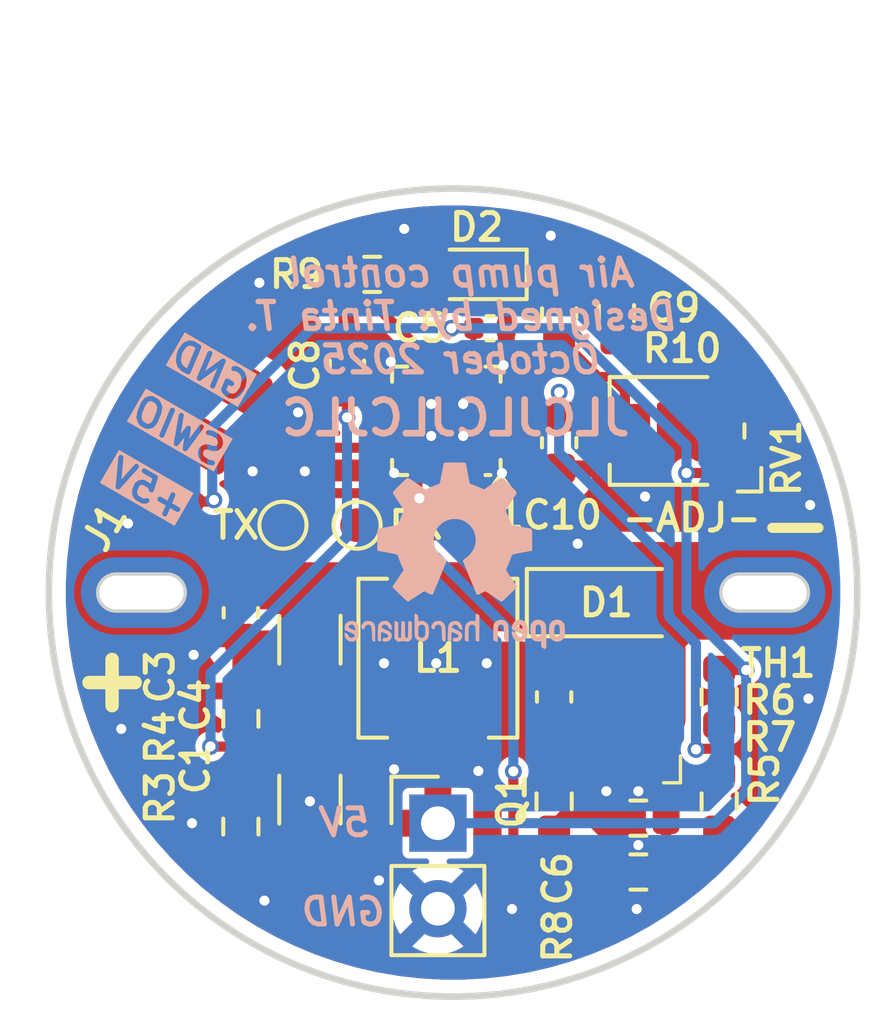
<source format=kicad_pcb>
(kicad_pcb (version 20241229) (generator "pcbnew") (generator_version "9.0")
  (title_block (title "Aquarium air pump controller") (date "2025-11-05") (rev "0.2") (company "Tinta T."))
  (layers (0 "F.Cu" signal) (2 "B.Cu" signal) (13 "F.Paste" user) (15 "B.Paste" user) (5 "F.SilkS" user "F.Silkscreen") (7 "B.SilkS" user "B.Silkscreen") (1 "F.Mask" user) (3 "B.Mask" user) (25 "Edge.Cuts" user))
  (net 0 "")
  (net 1 "/AN_V_IN")
  (net 2 "/SWIO")
  (net 6 "+5V")
  (net 9 "GND")
  (net 12 "/AN_POT")
  (net 13 "/AN_TEMP")
  (net 14 "Net-(Q1-G)")
  (net 15 "/LS_SW")
  (net 16 "Net-(D1-K)")
  (net 17 "Net-(D1-A)")
  (net 18 "Net-(C6-Pad2)")
  (net 20 "Net-(D2-A)")
  (net 21 "/LED")
  (net 22 "Net-(U1-PD6)")
  (net 23 "Net-(U1-PD5)")
  (net 26 "Net-(R10-Pad2)")
  (footprint "Potentiometer_SMD:Potentiometer_Bourns_TC33X_Vertical" (layer "F.Cu") (at 163.95 84.5 180)
    (property "Reference" "RV1" (at -3.35 -0.8 270) (layer "F.SilkS") (effects (font (size 0.8 0.8))))
    (property "Value" "50k")
    (pad "1" smd rect (at -1.8 -1 180) (size 1.2 1.2) (layers "F.Cu" "F.Mask" "F.Paste") (net 6 "+5V"))
    (pad "2" smd rect (at 1.45 0 180) (size 1.5 1.6) (layers "F.Cu" "F.Mask" "F.Paste") (net 12 "/AN_POT"))
    (pad "3" smd rect (at -1.8 1 180) (size 1.2 1.2) (layers "F.Cu" "F.Mask" "F.Paste") (net 26 "Net-(R10-Pad2)"))
  )
  (footprint "Capacitor_SMD:C_0603_1608Metric" (layer "F.Cu") (at 160.55 84.85 -90)
    (property "Reference" "C10" (at 2.15 -0.1 180) (layer "F.SilkS") (effects (font (size 0.8 0.8))))
    (property "Value" "100nF")
    (pad "1" smd roundrect (at -0.775 0 270) (size 0.9 0.95) (layers "F.Cu" "F.Mask" "F.Paste") (net 13 "/AN_TEMP"))
    (pad "2" smd roundrect (at 0.775 0 270) (size 0.9 0.95) (layers "F.Cu" "F.Mask" "F.Paste") (net 9 "GND"))
  )
  (footprint "Resistor_SMD:R_0603_1608Metric" (layer "F.Cu") (at 160.4 95.5 -90)
    (property "Reference" "R8" (at 4 -0.1 90) (layer "F.SilkS") (effects (font (size 0.8 0.8))))
    (property "Value" "TBD")
    (pad "1" smd roundrect (at -0.825 0 270) (size 0.8 0.95) (layers "F.Cu" "F.Mask" "F.Paste") (net 18 "Net-(C6-Pad2)"))
    (pad "2" smd roundrect (at 0.825 0 270) (size 0.8 0.95) (layers "F.Cu" "F.Mask" "F.Paste") (net 9 "GND"))
  )
  (footprint "Motor_conn:Motor_conn" (layer "F.Cu") (at 148.15 89.3)
    (property "Reference" "J4" (hide yes))
    (property "Value" "Motor_conn" (hide yes))
    (pad "1" thru_hole oval (at 18.5 0) (size 3.6 2.1) (drill oval 2.5 1) (layers "*.Cu" "*.Mask") (net 17 "Net-(D1-A)"))
    (pad "2" thru_hole oval (at 0 0) (size 3.6 2.1) (drill oval 2.5 1) (layers "*.Cu" "*.Mask") (net 16 "Net-(D1-K)"))
  )
  (footprint "Diode_SMD:D_SOD-123" (layer "F.Cu") (at 161.95 89.6)
    (property "Reference" "D1" (at 0 0 180) (layer "F.SilkS") (effects (font (size 0.8 0.8))))
    (property "Value" "1N4148W")
    (pad "1" smd roundrect (at -1.65 0) (size 0.9 1.2) (layers "F.Cu" "F.Mask" "F.Paste") (net 16 "Net-(D1-K)"))
    (pad "2" smd roundrect (at 1.65 0) (size 0.9 1.2) (layers "F.Cu" "F.Mask" "F.Paste") (net 17 "Net-(D1-A)"))
  )
  (footprint "Package_DFN_QFN:QFN-20-1EP_3x3mm_P0.4mm_EP1.65x1.65mm" (layer "F.Cu") (at 157.2 84.2 180)
    (property "Reference" "U1" (at -1.5 -2.8 180) (layer "F.SilkS") (effects (font (size 0.8 0.8))))
    (property "Value" "CH32V003F4U6")
    (pad "1" smd roundrect (at -1.45 -0.8 180) (size 0.85 0.2) (layers "F.Cu" "F.Mask" "F.Paste"))
    (pad "2" smd roundrect (at -1.45 -0.4 180) (size 0.85 0.2) (layers "F.Cu" "F.Mask" "F.Paste") (net 13 "/AN_TEMP"))
    (pad "3" smd roundrect (at -1.45 0 180) (size 0.85 0.2) (layers "F.Cu" "F.Mask" "F.Paste") (net 12 "/AN_POT"))
    (pad "4" smd roundrect (at -1.45 0.4 180) (size 0.85 0.2) (layers "F.Cu" "F.Mask" "F.Paste") (net 9 "GND"))
    (pad "5" smd roundrect (at -1.45 0.8 180) (size 0.85 0.2) (layers "F.Cu" "F.Mask" "F.Paste"))
    (pad "6" smd roundrect (at -0.8 1.45 180) (size 0.2 0.85) (layers "F.Cu" "F.Mask" "F.Paste") (net 6 "+5V"))
    (pad "7" smd roundrect (at -0.4 1.45 180) (size 0.2 0.85) (layers "F.Cu" "F.Mask" "F.Paste"))
    (pad "8" smd roundrect (at 0 1.45 180) (size 0.2 0.85) (layers "F.Cu" "F.Mask" "F.Paste"))
    (pad "9" smd roundrect (at 0.4 1.45 180) (size 0.2 0.85) (layers "F.Cu" "F.Mask" "F.Paste"))
    (pad "10" smd roundrect (at 0.8 1.45 180) (size 0.2 0.85) (layers "F.Cu" "F.Mask" "F.Paste") (net 21 "/LED"))
    (pad "11" smd roundrect (at 1.45 0.8 180) (size 0.85 0.2) (layers "F.Cu" "F.Mask" "F.Paste") (net 1 "/AN_V_IN"))
    (pad "12" smd roundrect (at 1.45 0.4 180) (size 0.85 0.2) (layers "F.Cu" "F.Mask" "F.Paste"))
    (pad "13" smd roundrect (at 1.45 0 180) (size 0.85 0.2) (layers "F.Cu" "F.Mask" "F.Paste"))
    (pad "14" smd roundrect (at 1.45 -0.4 180) (size 0.85 0.2) (layers "F.Cu" "F.Mask" "F.Paste"))
    (pad "15" smd roundrect (at 1.45 -0.8 180) (size 0.85 0.2) (layers "F.Cu" "F.Mask" "F.Paste") (net 2 "/SWIO"))
    (pad "16" smd roundrect (at 0.8 -1.45 180) (size 0.2 0.85) (layers "F.Cu" "F.Mask" "F.Paste") (net 15 "/LS_SW"))
    (pad "17" smd roundrect (at 0.4 -1.45 180) (size 0.2 0.85) (layers "F.Cu" "F.Mask" "F.Paste"))
    (pad "18" smd roundrect (at 0 -1.45 180) (size 0.2 0.85) (layers "F.Cu" "F.Mask" "F.Paste"))
    (pad "19" smd roundrect (at -0.4 -1.45 180) (size 0.2 0.85) (layers "F.Cu" "F.Mask" "F.Paste") (net 23 "Net-(U1-PD5)"))
    (pad "20" smd roundrect (at -0.8 -1.45 180) (size 0.2 0.85) (layers "F.Cu" "F.Mask" "F.Paste") (net 22 "Net-(U1-PD6)"))
    (pad "21" smd rect (at 0 0 180) (size 1.65 1.65) (property pad_prop_heatsink) (layers "F.Cu" "F.Mask") (net 9 "GND"))
  )
  (footprint "Capacitor_SMD:C_0402_1005Metric" (layer "F.Cu") (at 158.5 81.45)
    (property "Reference" "C5" (at -2.1 0 180) (layer "F.SilkS") (effects (font (size 0.8 0.8))))
    (property "Value" "4.7uF")
    (pad "1" smd roundrect (at -0.48 0) (size 0.56 0.62) (layers "F.Cu" "F.Mask" "F.Paste") (net 6 "+5V"))
    (pad "2" smd roundrect (at 0.48 0) (size 0.56 0.62) (layers "F.Cu" "F.Mask" "F.Paste") (net 9 "GND"))
  )
  (footprint "AP30N03DF:AP30N03DF" (layer "F.Cu") (at 161.9 94.5)
    (property "Reference" "Q1" (at -2.75 1 90) (layer "F.SilkS") (effects (font (size 0.8 0.8))))
    (property "Value" "AP30N03DF" (hide yes))
    (pad "1" smd rect (at 0 0) (size 0.42 0.7) (layers "F.Cu" "F.Mask" "F.Paste") (net 9 "GND"))
    (pad "1" smd rect (at 0.65 0) (size 0.42 0.7) (layers "F.Cu" "F.Mask" "F.Paste") (net 9 "GND"))
    (pad "1" smd rect (at 1.3 0) (size 0.42 0.7) (layers "F.Cu" "F.Mask" "F.Paste") (net 9 "GND"))
    (pad "2" smd rect (at 1.95 0) (size 0.42 0.7) (layers "F.Cu" "F.Mask" "F.Paste") (net 14 "Net-(Q1-G)"))
    (pad "3" smd rect (at 0 -3.15) (size 0.42 0.4) (layers "F.Cu" "F.Mask" "F.Paste") (net 17 "Net-(D1-A)"))
    (pad "3" smd rect (at 0.65 -3.15) (size 0.42 0.4) (layers "F.Cu" "F.Mask" "F.Paste") (net 17 "Net-(D1-A)"))
    (pad "3" smd rect (at 0.975 -2.025) (size 2.37 1.85) (layers "F.Cu" "F.Mask" "F.Paste") (net 17 "Net-(D1-A)"))
    (pad "3" smd rect (at 1.3 -3.15) (size 0.42 0.4) (layers "F.Cu" "F.Mask" "F.Paste") (net 17 "Net-(D1-A)"))
    (pad "3" smd rect (at 1.95 -3.15) (size 0.42 0.4) (layers "F.Cu" "F.Mask" "F.Paste") (net 17 "Net-(D1-A)"))
  )
  (footprint "Capacitor_SMD:C_0603_1608Metric" (layer "F.Cu") (at 151.1 89.9 -90)
    (property "Reference" "C3" (at 1.9 2.4 90) (layer "F.SilkS") (effects (font (size 0.8 0.8))))
    (property "Value" "100nF")
    (pad "1" smd roundrect (at -0.775 0 270) (size 0.9 0.95) (layers "F.Cu" "F.Mask" "F.Paste") (net 16 "Net-(D1-K)"))
    (pad "2" smd roundrect (at 0.775 0 270) (size 0.9 0.95) (layers "F.Cu" "F.Mask" "F.Paste") (net 9 "GND"))
  )
  (footprint "Capacitor_SMD:C_0603_1608Metric" (layer "F.Cu") (at 160.55 81 90)
    (property "Reference" "C9" (at 0.15 3.4 180) (layer "F.SilkS") (effects (font (size 0.8 0.8))))
    (property "Value" "100nF")
    (pad "1" smd roundrect (at -0.775 0 90) (size 0.9 0.95) (layers "F.Cu" "F.Mask" "F.Paste") (net 12 "/AN_POT"))
    (pad "2" smd roundrect (at 0.775 0 90) (size 0.9 0.95) (layers "F.Cu" "F.Mask" "F.Paste") (net 9 "GND"))
  )
  (footprint "Capacitor_SMD:C_1206_3216Metric" (layer "F.Cu") (at 153.15 90.7 -90)
    (property "Reference" "C4" (at 1.95 3.4 90) (layer "F.SilkS") (effects (font (size 0.8 0.8))))
    (property "Value" "4.7uF")
    (pad "1" smd roundrect (at -1.475 0 270) (size 1.15 1.8) (layers "F.Cu" "F.Mask" "F.Paste") (roundrect_rratio 0.217391) (net 16 "Net-(D1-K)"))
    (pad "2" smd roundrect (at 1.475 0 270) (size 1.15 1.8) (layers "F.Cu" "F.Mask" "F.Paste") (roundrect_rratio 0.217391) (net 9 "GND"))
  )
  (footprint "Capacitor_SMD:C_0603_1608Metric" (layer "F.Cu") (at 154.25 82.55 90)
    (property "Reference" "C8" (at 0 -1.25 90) (layer "F.SilkS") (effects (font (size 0.8 0.8))))
    (property "Value" "100nF")
    (pad "1" smd roundrect (at -0.775 0 90) (size 0.9 0.95) (layers "F.Cu" "F.Mask" "F.Paste") (net 1 "/AN_V_IN"))
    (pad "2" smd roundrect (at 0.775 0 90) (size 0.9 0.95) (layers "F.Cu" "F.Mask" "F.Paste") (net 9 "GND"))
  )
  (footprint "Resistor_SMD:R_0603_1608Metric" (layer "F.Cu") (at 165.3 95.5 90)
    (property "Reference" "R6" (at 3 1.5 180) (layer "F.SilkS") (effects (font (size 0.8 0.8))))
    (property "Value" "10k")
    (pad "1" smd roundrect (at -0.825 0 90) (size 0.8 0.95) (layers "F.Cu" "F.Mask" "F.Paste") (net 9 "GND"))
    (pad "2" smd roundrect (at 0.825 0 90) (size 0.8 0.95) (layers "F.Cu" "F.Mask" "F.Paste") (net 13 "/AN_TEMP"))
  )
  (footprint "Resistor_SMD:R_0603_1608Metric" (layer "F.Cu") (at 162.9 96 180)
    (property "Reference" "R7" (at -3.9 2.4 0) (layer "F.SilkS") (effects (font (size 0.8 0.8))))
    (property "Value" "10k")
    (pad "1" smd roundrect (at -0.825 0 180) (size 0.8 0.95) (layers "F.Cu" "F.Mask" "F.Paste") (net 14 "Net-(Q1-G)"))
    (pad "2" smd roundrect (at 0.825 0 180) (size 0.8 0.95) (layers "F.Cu" "F.Mask" "F.Paste") (net 9 "GND"))
  )
  (footprint "Inductor_SMD:L_APV_APH0420" (layer "F.Cu") (at 156.95 91.25 90)
    (property "Reference" "L1" (at 0 0 180) (layer "F.SilkS") (effects (font (size 0.8 0.8))))
    (property "Value" "10uH")
    (pad "1" smd roundrect (at -1.85 0 90) (size 1.5 2.5) (layers "F.Cu" "F.Mask" "F.Paste") (roundrect_rratio 0.166667) (net 6 "+5V"))
    (pad "2" smd roundrect (at 1.85 0 90) (size 1.5 2.5) (layers "F.Cu" "F.Mask" "F.Paste") (roundrect_rratio 0.166667) (net 16 "Net-(D1-K)"))
  )
  (footprint "TestPoint:TestPoint_Pad_D1.0mm" (layer "F.Cu") (at 152.35 87.3)
    (property "Reference" "TX" (at -1.4 0 0) (layer "F.SilkS") (effects (font (size 0.8 0.8))))
    (property "Value" "U_TX")
    (pad "1" smd circle (at 0 0) (size 1 1) (layers "F.Cu" "F.Mask") (net 23 "Net-(U1-PD5)"))
  )
  (footprint "Connector_PinHeader_2.54mm:PinHeader_1x02_P2.54mm_Vertical" (layer "F.Cu") (at 156.95 96.15)
    (property "Reference" "J2" (hide yes))
    (property "Value" "USB IN")
    (pad "1" thru_hole rect (at 0 0) (size 1.7 1.7) (drill 1) (layers "*.Cu" "*.Mask") (net 6 "+5V"))
    (pad "2" thru_hole circle (at 0.000001 2.54) (size 1.7 1.7) (drill 1) (layers "*.Cu" "*.Mask") (net 9 "GND"))
  )
  (footprint "Resistor_SMD:R_0603_1608Metric" (layer "F.Cu") (at 165.3 92.4 -90)
    (property "Reference" "TH1" (at -1 -1.75 180) (layer "F.SilkS") (effects (font (size 0.8 0.8))))
    (property "Value" "NTC 10k")
    (pad "1" smd roundrect (at -0.825 0 270) (size 0.8 0.95) (layers "F.Cu" "F.Mask" "F.Paste") (net 6 "+5V"))
    (pad "2" smd roundrect (at 0.825 0 270) (size 0.8 0.95) (layers "F.Cu" "F.Mask" "F.Paste") (net 13 "/AN_TEMP"))
  )
  (footprint "Resistor_SMD:R_0603_1608Metric" (layer "F.Cu") (at 151.1 93.05 -90)
    (property "Reference" "R4" (at 0.55 2.4 90) (layer "F.SilkS") (effects (font (size 0.8 0.8))))
    (property "Value" "100k")
    (pad "1" smd roundrect (at -0.825 0 270) (size 0.8 0.95) (layers "F.Cu" "F.Mask" "F.Paste") (net 9 "GND"))
    (pad "2" smd roundrect (at 0.825 0 270) (size 0.8 0.95) (layers "F.Cu" "F.Mask" "F.Paste") (net 1 "/AN_V_IN"))
  )
  (footprint "Capacitor_SMD:C_0603_1608Metric" (layer "F.Cu") (at 160.4 92.4 -90)
    (property "Reference" "C6" (at 5.4 -0.1 90) (layer "F.SilkS") (effects (font (size 0.8 0.8))))
    (property "Value" "TBD")
    (pad "1" smd roundrect (at -0.775 0 270) (size 0.9 0.95) (layers "F.Cu" "F.Mask" "F.Paste") (net 17 "Net-(D1-A)"))
    (pad "2" smd roundrect (at 0.775 0 270) (size 0.9 0.95) (layers "F.Cu" "F.Mask" "F.Paste") (net 18 "Net-(C6-Pad2)"))
  )
  (footprint "Resistor_SMD:R_0603_1608Metric" (layer "F.Cu") (at 162.9 97.6 180)
    (property "Reference" "R5" (at -3.75 2.75 90) (layer "F.SilkS") (effects (font (size 0.8 0.8))))
    (property "Value" "100")
    (pad "1" smd roundrect (at -0.825 0 180) (size 0.8 0.95) (layers "F.Cu" "F.Mask" "F.Paste") (net 14 "Net-(Q1-G)"))
    (pad "2" smd roundrect (at 0.825 0 180) (size 0.8 0.95) (layers "F.Cu" "F.Mask" "F.Paste") (net 15 "/LS_SW"))
  )
  (footprint "Capacitor_SMD:C_1206_3216Metric" (layer "F.Cu") (at 153.15 95.45 90)
    (property "Reference" "C1" (at 0.95 -3.4 270) (layer "F.SilkS") (effects (font (size 0.8 0.8))))
    (property "Value" "4.7uF")
    (pad "1" smd roundrect (at -1.475 0 90) (size 1.15 1.8) (layers "F.Cu" "F.Mask" "F.Paste") (roundrect_rratio 0.217391) (net 6 "+5V"))
    (pad "2" smd roundrect (at 1.475 0 90) (size 1.15 1.8) (layers "F.Cu" "F.Mask" "F.Paste") (roundrect_rratio 0.217391) (net 9 "GND"))
  )
  (footprint "Resistor_SMD:R_0603_1608Metric" (layer "F.Cu") (at 155 79.85 180)
    (property "Reference" "R9" (at 2.25 0 0) (layer "F.SilkS") (effects (font (size 0.8 0.8))))
    (property "Value" "100")
    (pad "1" smd roundrect (at -0.825 0 180) (size 0.8 0.95) (layers "F.Cu" "F.Mask" "F.Paste") (net 20 "Net-(D2-A)"))
    (pad "2" smd roundrect (at 0.825 0 180) (size 0.8 0.95) (layers "F.Cu" "F.Mask" "F.Paste") (net 21 "/LED"))
  )
  (footprint "LED_SMD:LED_0603_1608Metric" (layer "F.Cu") (at 158.1 79.85 180)
    (property "Reference" "D2" (at 0 1.4 0) (layer "F.SilkS") (effects (font (size 0.8 0.8))))
    (property "Value" "PWR")
    (pad "1" smd roundrect (at -0.787501 0 180) (size 0.875 0.95) (layers "F.Cu" "F.Mask" "F.Paste") (net 9 "GND"))
    (pad "2" smd roundrect (at 0.787501 0 180) (size 0.875 0.95) (layers "F.Cu" "F.Mask" "F.Paste") (net 20 "Net-(D2-A)"))
  )
  (footprint "Connector_Samtec_MicroPower:Samtec_UMPS-03-XX.X-X-V-S_1x03_P2.0mm_Socket" (layer "F.Cu") (at 149.3 84.45 60)
    (property "Reference" "J1" (at -3.635329 -0.493028 60) (layer "F.SilkS") (effects (font (size 0.8 0.8))))
    (property "Value" "Conn_01x03_Pin" (hide yes))
    (pad "1" smd roundrect (at -2 0 60) (size 1.3 3.5) (layers "F.Cu" "F.Mask" "F.Paste") (roundrect_rratio 0.192308) (net 6 "+5V"))
    (pad "2" smd roundrect (at 0 0 60) (size 1.3 3.5) (layers "F.Cu" "F.Mask" "F.Paste") (roundrect_rratio 0.192308) (net 2 "/SWIO"))
    (pad "3" smd roundrect (at 2 0 60) (size 1.3 3.5) (layers "F.Cu" "F.Mask" "F.Paste") (roundrect_rratio 0.192308) (net 9 "GND"))
  )
  (footprint "Resistor_SMD:R_0603_1608Metric" (layer "F.Cu") (at 162.25 81 -90)
    (property "Reference" "R10" (at 1.05 -1.95 180) (layer "F.SilkS") (effects (font (size 0.8 0.8))))
    (property "Value" "20k")
    (pad "1" smd roundrect (at -0.825 0 270) (size 0.8 0.95) (layers "F.Cu" "F.Mask" "F.Paste") (net 9 "GND"))
    (pad "2" smd roundrect (at 0.825 0 270) (size 0.8 0.95) (layers "F.Cu" "F.Mask" "F.Paste") (net 26 "Net-(R10-Pad2)"))
  )
  (footprint "TestPoint:TestPoint_Pad_D1.0mm" (layer "F.Cu") (at 154.55 87.3)
    (property "Reference" "RX" (at 1.75 0 0) (layer "F.SilkS") (effects (font (size 0.8 0.8))))
    (property "Value" "U_RX")
    (pad "1" smd circle (at 0 0) (size 1 1) (layers "F.Cu" "F.Mask") (net 22 "Net-(U1-PD6)"))
  )
  (footprint "Resistor_SMD:R_0603_1608Metric" (layer "F.Cu") (at 151.1 96.25 -90)
    (property "Reference" "R3" (at -0.85 2.4 90) (layer "F.SilkS") (effects (font (size 0.8 0.8))))
    (property "Value" "10k")
    (pad "1" smd roundrect (at -0.825 0 270) (size 0.8 0.95) (layers "F.Cu" "F.Mask" "F.Paste") (net 1 "/AN_V_IN"))
    (pad "2" smd roundrect (at 0.825 0 270) (size 0.8 0.95) (layers "F.Cu" "F.Mask" "F.Paste") (net 6 "+5V"))
  )
  (footprint "Symbol:OSHW-Logo2_7.3x6mm_SilkScreen" (layer "B.Cu") (at 157.45 88.2 180)
    (property "Reference" "REF**" (hide yes))
    (property "Value" "OSHW-Logo2_7.3x6mm_SilkScreen" (hide yes))
  )
  (gr_arc (start 165.9 89.8) (mid 165.4 89.3) (end 165.9 88.8) (stroke (width 0.2)) (layer "Edge.Cuts"))
  (gr_circle (center 157.4 89.3) (end 157.4 77.3) (stroke (width 0.2)) (fill no) (layer "Edge.Cuts"))
  (gr_line (start 167.4 89.8) (end 165.9 89.8) (stroke (width 0.2)) (layer "Edge.Cuts"))
  (gr_arc (start 148.9 88.8) (mid 149.4 89.3) (end 148.9 89.8) (stroke (width 0.2)) (layer "Edge.Cuts"))
  (gr_line (start 147.4 88.8) (end 148.9 88.8) (stroke (width 0.2)) (layer "Edge.Cuts"))
  (gr_arc (start 147.4 89.8) (mid 146.9 89.3) (end 147.4 88.8) (stroke (width 0.2)) (layer "Edge.Cuts"))
  (gr_line (start 148.9 89.8) (end 147.4 89.8) (stroke (width 0.2)) (layer "Edge.Cuts"))
  (gr_arc (start 167.4 88.8) (mid 167.9 89.3) (end 167.4 89.8) (stroke (width 0.2)) (layer "Edge.Cuts"))
  (gr_line (start 165.9 88.8) (end 167.4 88.8) (stroke (width 0.2)) (layer "Edge.Cuts"))
  (gr_text "+" (at 145.9 92.9 0) (layer "F.SilkS") (effects (font (size 1.8 1.8) (thickness 0.4) (bold yes)) (justify left bottom)))
  (gr_text "-ADJ-" (at 162.35 87.55 0) (layer "F.SilkS") (effects (font (size 0.8 0.8) (thickness 0.15) (bold yes)) (justify left bottom)))
  (gr_text "-" (at 166.25 88.3 0) (layer "F.SilkS") (effects (font (size 1.8 1.8) (thickness 0.3) (bold yes)) (justify left bottom)))
  (gr_text "GND" (at 151.15 83.8 330) (layer "B.SilkS" knockout) (effects (font (size 0.8 0.8) (thickness 0.15) (bold yes) (italic yes)) (justify left bottom mirror)))
  (gr_text "Air pump control\nDesigned by: Tinta T.\nOctober 2025" (at 157.65 82.85 0) (layer "B.SilkS") (effects (font (size 0.8 0.8) (thickness 0.16) (bold yes) (italic yes)) (justify bottom mirror)))
  (gr_text "JLCJLCJLCJLC" (at 162.75 84.7 0) (layer "B.SilkS") (effects (font (size 1 1) (thickness 0.2)) (justify left bottom mirror)))
  (gr_text "SWIO" (at 150.4 85.7 330) (layer "B.SilkS" knockout) (effects (font (size 0.8 0.8) (thickness 0.15) (bold yes) (italic yes)) (justify left bottom mirror)))
  (gr_text "5V" (at 155.05 96.6 0) (layer "B.SilkS") (effects (font (size 0.8 0.8) (thickness 0.15) (bold yes) (italic yes)) (justify left bottom mirror)))
  (gr_text "GND" (at 155.5 99.25 0) (layer "B.SilkS") (effects (font (size 0.8 0.8) (thickness 0.15) (bold yes) (italic yes)) (justify left bottom mirror)))
  (gr_text "+5V" (at 149.3 87.35 330) (layer "B.SilkS" knockout) (effects (font (size 0.8 0.8) (thickness 0.15) (bold yes) (italic yes)) (justify left bottom mirror)))
  (segment (start 154.325 83.4) (end 154.25 83.325) (width 0.18) (layer "F.Cu") (net 1))
  (segment (start 150.205 93.875) (end 150.2 93.87) (width 0.3) (layer "F.Cu") (net 1))
  (segment (start 151.1 95.425) (end 151.1 93.875) (width 0.3) (layer "F.Cu") (net 1))
  (segment (start 155.75 83.4) (end 154.325 83.4) (width 0.18) (layer "F.Cu") (net 1))
  (segment (start 154.25 84.1) (end 154.25 83.325) (width 0.3) (layer "F.Cu") (net 1))
  (segment (start 151.1 93.875) (end 150.205 93.875) (width 0.3) (layer "F.Cu") (net 1))
  (via (at 154.25 84.1) (size 0.5) (drill 0.3) (layers "F.Cu" "B.Cu") (net 1))
  (via (at 150.2 93.87) (size 0.5) (drill 0.3) (layers "F.Cu" "B.Cu") (net 1))
  (segment (start 154.25 84.1) (end 154.25 87.65) (width 0.3) (layer "B.Cu") (net 1))
  (segment (start 150.2 91.7) (end 150.2 93.87) (width 0.3) (layer "B.Cu") (net 1))
  (segment (start 154.25 87.65) (end 150.2 91.7) (width 0.3) (layer "B.Cu") (net 1))
  (segment (start 149.014178 84.614178) (end 148.82885 84.614178) (width 0.3) (layer "F.Cu") (net 2))
  (segment (start 152.95 84.85) (end 153.1 85) (width 0.3) (layer "F.Cu") (net 2))
  (segment (start 153.1 85) (end 155.15 85) (width 0.3) (layer "F.Cu") (net 2))
  (segment (start 149.7 84.85) (end 152.95 84.85) (width 0.3) (layer "F.Cu") (net 2))
  (segment (start 155.15 85) (end 155.75 85) (width 0.18) (layer "F.Cu") (net 2))
  (segment (start 149.2 84.35) (end 149.7 84.85) (width 0.3) (layer "F.Cu") (net 2))
  (segment (start 149.667949 86.6) (end 149.617949 86.65) (width 0.3) (layer "F.Cu") (net 6))
  (segment (start 158 81.47) (end 158.02 81.45) (width 0.18) (layer "F.Cu") (net 6))
  (segment (start 157.35 81.45) (end 158.02 81.45) (width 0.3) (layer "F.Cu") (net 6))
  (segment (start 151.1 97.075) (end 153 97.075) (width 0.8) (layer "F.Cu") (net 6))
  (segment (start 165.325 91.6) (end 165.3 91.575) (width 0.3) (layer "F.Cu") (net 6))
  (segment (start 148.2 86.082051) (end 148.832051 86.082051) (width 0.3) (layer "F.Cu") (net 6))
  (segment (start 164.33 85.75) (end 165.7 85.75) (width 0.3) (layer "F.Cu") (net 6))
  (segment (start 155.55 96.15) (end 156.95 96.15) (width 0.8) (layer "F.Cu") (net 6))
  (segment (start 153.15 96.925) (end 154.775 96.925) (width 0.8) (layer "F.Cu") (net 6))
  (segment (start 154.775 96.925) (end 155.55 96.15) (width 0.8) (layer "F.Cu") (net 6))
  (segment (start 150.3 86.55) (end 150.25 86.6) (width 0.3) (layer "F.Cu") (net 6))
  (segment (start 157.35 81.45) (end 157.45 81.45) (width 0.3) (layer "F.Cu") (net 6))
  (segment (start 166.1 91.6) (end 165.325 91.6) (width 0.3) (layer "F.Cu") (net 6))
  (segment (start 153 97.075) (end 153.15 96.925) (width 0.8) (layer "F.Cu") (net 6))
  (segment (start 156.95 93.1) (end 156.95 96.15) (width 0.8) (layer "F.Cu") (net 6))
  (segment (start 150.25 86.6) (end 149.667949 86.6) (width 0.3) (layer "F.Cu") (net 6))
  (segment (start 158 82.75) (end 158 81.47) (width 0.18) (layer "F.Cu") (net 6))
  (via (at 166.1 91.6) (size 0.5) (drill 0.3) (layers "F.Cu" "B.Cu") (net 6))
  (via (at 164.33 85.75) (size 0.5) (drill 0.3) (layers "F.Cu" "B.Cu") (net 6))
  (via (at 157.35 81.45) (size 0.5) (drill 0.3) (layers "F.Cu" "B.Cu") (net 6))
  (via (at 150.3 86.55) (size 0.5) (drill 0.3) (layers "F.Cu" "B.Cu") (net 6))
  (segment (start 166.1 95.2) (end 165.15 96.15) (width 0.3) (layer "B.Cu") (net 6))
  (segment (start 164.33 85.75) (end 164.33 89.83) (width 0.3) (layer "B.Cu") (net 6))
  (segment (start 165.15 96.15) (end 156.95 96.15) (width 0.3) (layer "B.Cu") (net 6))
  (segment (start 164.33 84.93) (end 164.33 85.75) (width 0.3) (layer "B.Cu") (net 6))
  (segment (start 150.25 86.5) (end 150.25 84.4) (width 0.3) (layer "B.Cu") (net 6))
  (segment (start 157.35 81.45) (end 160.85 81.45) (width 0.3) (layer "B.Cu") (net 6))
  (segment (start 166.1 91.6) (end 166.1 95.2) (width 0.3) (layer "B.Cu") (net 6))
  (segment (start 160.85 81.45) (end 164.33 84.93) (width 0.3) (layer "B.Cu") (net 6))
  (segment (start 164.33 89.83) (end 166.1 91.6) (width 0.3) (layer "B.Cu") (net 6))
  (segment (start 153.2 81.45) (end 159.692356 81.45) (width 0.3) (layer "B.Cu") (net 6))
  (segment (start 150.25 84.4) (end 153.2 81.45) (width 0.3) (layer "B.Cu") (net 6))
  (segment (start 150.3 86.55) (end 150.25 86.5) (width 0.3) (layer "B.Cu") (net 6))
  (segment (start 162.7 96.8) (end 162.9 96.8) (width 0.5) (layer "F.Cu") (net 9))
  (segment (start 162.875 96.775) (end 162.9 96.8) (width 0.5) (layer "F.Cu") (net 9))
  (segment (start 162.9 95.2) (end 162.9 95.35) (width 0.5) (layer "F.Cu") (net 9))
  (segment (start 153.1 92.225) (end 153.15 92.175) (width 0.8) (layer "F.Cu") (net 9))
  (segment (start 161.9 95.825) (end 162.075 96) (width 0.3) (layer "F.Cu") (net 9))
  (segment (start 151.1 92.225) (end 153.1 92.225) (width 0.8) (layer "F.Cu") (net 9))
  (segment (start 162.075 96) (end 162.075 96.175) (width 0.5) (layer "F.Cu") (net 9))
  (segment (start 150.114425 83.082089) (end 150.182089 83.082089) (width 0.18) (layer "F.Cu") (net 9))
  (segment (start 162.9 95.35) (end 162.875 95.375) (width 0.5) (layer "F.Cu") (net 9))
  (segment (start 160.725 96) (end 162.075 96) (width 0.5) (layer "F.Cu") (net 9))
  (segment (start 160.4 96.325) (end 160.725 96) (width 0.5) (layer "F.Cu") (net 9))
  (segment (start 162.875 95.375) (end 162.875 96.775) (width 0.5) (layer "F.Cu") (net 9))
  (segment (start 162.075 96.175) (end 162.7 96.8) (width 0.5) (layer "F.Cu") (net 9))
  (via (at 168 86.7) (size 0.5) (drill 0.3) (layers "F.Cu" "B.Cu") (net 9))
  (via (at 155.65 94.55) (size 0.5) (drill 0.3) (layers "F.Cu" "B.Cu") (net 9))
  (via (at 158.15 94.6) (size 0.5) (drill 0.3) (layers "F.Cu" "B.Cu") (net 9))
  (via (at 163.1 86.45) (size 0.5) (drill 0.3) (layers "F.Cu" "B.Cu") (net 9))
  (via (at 151.8 98.45) (size 0.5) (drill 0.3) (layers "F.Cu" "B.Cu") (net 9))
  (via (at 156.75 84.65) (size 0.5) (drill 0.3) (layers "F.Cu" "B.Cu") (net 9))
  (via (at 162.85 98.7) (size 0.5) (drill 0.3) (layers "F.Cu" "B.Cu") (net 9))
  (via (at 162.9 95.2) (size 0.5) (drill 0.3) (layers "F.Cu" "B.Cu") (net 9))
  (via (at 162.9 96.8) (size 0.5) (drill 0.3) (layers "F.Cu" "B.Cu") (net 9))
  (via (at 155.35 91.4) (size 0.5) (drill 0.3) (layers "F.Cu" "B.Cu") (net 9))
  (via (at 161.95 95.2) (size 0.5) (drill 0.3) (layers "F.Cu" "B.Cu") (net 9))
  (via (at 158.85 85.75) (size 0.5) (drill 0.3) (layers "F.Cu" "B.Cu") (net 9))
  (via (at 147.75 87.25) (size 0.5) (drill 0.3) (layers "F.Cu" "B.Cu") (net 9))
  (via (at 167.95 92.45) (size 0.5) (drill 0.3) (layers "F.Cu" "B.Cu") (net 9))
  (via (at 156.9 91.4) (size 0.5) (drill 0.3) (layers "F.Cu" "B.Cu") (net 9))
  (via (at 157.7 84.65) (size 0.5) (drill 0.3) (layers "F.Cu" "B.Cu") (net 9))
  (via (at 147.55 93.35) (size 0.5) (drill 0.3) (layers "F.Cu" "B.Cu") (net 9))
  (via (at 156.75 83.7) (size 0.5) (drill 0.3) (layers "F.Cu" "B.Cu") (net 9))
  (via (at 151.65 80.1) (size 0.5) (drill 0.3) (layers "F.Cu" "B.Cu") (net 9))
  (via (at 155.65 85.75) (size 0.5) (drill 0.3) (layers "F.Cu" "B.Cu") (net 9))
  (via (at 151.45 85.7) (size 0.5) (drill 0.3) (layers "F.Cu" "B.Cu") (net 9))
  (via (at 153.15 95.5) (size 0.5) (drill 0.3) (layers "F.Cu" "B.Cu") (net 9))
  (via (at 149.7 91.15) (size 0.5) (drill 0.3) (layers "F.Cu" "B.Cu") (net 9))
  (via (at 152.8 83.95) (size 0.5) (drill 0.3) (layers "F.Cu" "B.Cu") (net 9))
  (via (at 155.95 78.5) (size 0.5) (drill 0.3) (layers "F.Cu" "B.Cu") (net 9))
  (via (at 149.65 96.15) (size 0.5) (drill 0.3) (layers "F.Cu" "B.Cu") (net 9))
  (via (at 157.7 83.7) (size 0.5) (drill 0.3) (layers "F.Cu" "B.Cu") (net 9))
  (via (at 161.1 87.85) (size 0.5) (drill 0.3) (layers "F.Cu" "B.Cu") (net 9))
  (via (at 158.9 82.55) (size 0.5) (drill 0.3) (layers "F.Cu" "B.Cu") (net 9))
  (via (at 153 85.7) (size 0.5) (drill 0.3) (layers "F.Cu" "B.Cu") (net 9))
  (via (at 155.2 97.85) (size 0.5) (drill 0.3) (layers "F.Cu" "B.Cu") (net 9))
  (via (at 159.15 98.7) (size 0.5) (drill 0.3) (layers "F.Cu" "B.Cu") (net 9))
  (via (at 158.4 91.4) (size 0.5) (drill 0.3) (layers "F.Cu" "B.Cu") (net 9))
  (via (at 155.55 82.45) (size 0.5) (drill 0.3) (layers "F.Cu" "B.Cu") (net 9))
  (via (at 160.3 78.7) (size 0.5) (drill 0.3) (layers "F.Cu" "B.Cu") (net 9))
  (segment (start 159.65 84) (end 159.65 82.8) (width 0.3) (layer "F.Cu") (net 12))
  (segment (start 159.45 84.2) (end 158.65 84.2) (width 0.18) (layer "F.Cu") (net 12))
  (segment (start 159.65 84) (end 159.45 84.2) (width 0.18) (layer "F.Cu") (net 12))
  (segment (start 160.575 81.775) (end 161.7 82.9) (width 0.3) (layer "F.Cu") (net 12))
  (segment (start 162.5 83.3) (end 162.5 84.5) (width 0.3) (layer "F.Cu") (net 12))
  (segment (start 162.45 84.75) (end 162.175 84.475) (width 0.3) (layer "F.Cu") (net 12))
  (segment (start 159.65 82.8) (end 160.6 81.85) (width 0.3) (layer "F.Cu") (net 12))
  (segment (start 161.7 82.9) (end 162.1 82.9) (width 0.3) (layer "F.Cu") (net 12))
  (segment (start 162.1 82.9) (end 162.5 83.3) (width 0.3) (layer "F.Cu") (net 12))
  (segment (start 160.55 81.775) (end 160.575 81.775) (width 0.3) (layer "F.Cu") (net 12))
  (segment (start 162.45 84.75) (end 162.28901 84.58901) (width 0.3) (layer "F.Cu") (net 12))
  (segment (start 160.725 81.775) (end 160.55 81.775) (width 0.3) (layer "F.Cu") (net 12))
  (segment (start 165.3 93.94) (end 164.63 93.94) (width 0.3) (layer "F.Cu") (net 13))
  (segment (start 164.63 93.94) (end 164.61 93.96) (width 0.3) (layer "F.Cu") (net 13))
  (segment (start 165.3 93.225) (end 165.3 93.94) (width 0.3) (layer "F.Cu") (net 13))
  (segment (start 165.3 93.94) (end 165.3 94.675) (width 0.3) (layer "F.Cu") (net 13))
  (segment (start 160.55 84.05) (end 160.55 83.975) (width 0.18) (layer "F.Cu") (net 13))
  (segment (start 160.55 83.35) (end 160.55 83.975) (width 0.3) (layer "F.Cu") (net 13))
  (segment (start 160 84.6) (end 160.55 84.05) (width 0.18) (layer "F.Cu") (net 13))
  (segment (start 158.65 84.6) (end 160 84.6) (width 0.18) (layer "F.Cu") (net 13))
  (via (at 164.61 93.96) (size 0.5) (drill 0.3) (layers "F.Cu" "B.Cu") (net 13))
  (via (at 160.55 83.35) (size 0.5) (drill 0.3) (layers "F.Cu" "B.Cu") (net 13))
  (segment (start 163.829 89.979) (end 163.829 90.037521) (width 0.3) (layer "B.Cu") (net 13))
  (segment (start 160.55 83.35) (end 160.55 85.15) (width 0.3) (layer "B.Cu") (net 13))
  (segment (start 163.829 90.037521) (end 164.61 90.81852) (width 0.3) (layer "B.Cu") (net 13))
  (segment (start 163.79 89.94) (end 163.829 89.979) (width 0.3) (layer "B.Cu") (net 13))
  (segment (start 164.61 90.81852) (end 164.61 93.96) (width 0.3) (layer "B.Cu") (net 13))
  (segment (start 163.79 88.39) (end 163.79 89.94) (width 0.3) (layer "B.Cu") (net 13))
  (segment (start 160.55 85.15) (end 163.79 88.39) (width 0.3) (layer "B.Cu") (net 13))
  (segment (start 163.725 96) (end 163.725 97.6) (width 0.3) (layer "F.Cu") (net 14))
  (segment (start 163.85 94.5) (end 163.85 95.875) (width 0.3) (layer "F.Cu") (net 14))
  (segment (start 163.85 95.875) (end 163.725 96) (width 0.3) (layer "F.Cu") (net 14))
  (segment (start 159.19 97.11) (end 159.19 94.61) (width 0.3) (layer "F.Cu") (net 15))
  (segment (start 156.4 86.5) (end 156.4 85.65) (width 0.18) (layer "F.Cu") (net 15))
  (segment (start 159.34 97.26) (end 159.19 97.11) (width 0.3) (layer "F.Cu") (net 15))
  (segment (start 162.075 97.6) (end 159.68 97.6) (width 0.3) (layer "F.Cu") (net 15))
  (segment (start 159.68 97.6) (end 159.34 97.26) (width 0.3) (layer "F.Cu") (net 15))
  (via (at 159.19 94.61) (size 0.5) (drill 0.3) (layers "F.Cu" "B.Cu") (net 15))
  (via (at 156.4 86.5) (size 0.5) (drill 0.3) (layers "F.Cu" "B.Cu") (net 15))
  (segment (start 156.4 86.5) (end 156.4 87.75) (width 0.3) (layer "B.Cu") (net 15))
  (segment (start 159.19 90.54) (end 159.19 94.61) (width 0.3) (layer "B.Cu") (net 15))
  (segment (start 156.4 87.75) (end 159.19 90.54) (width 0.3) (layer "B.Cu") (net 15))
  (segment (start 153.05 89.125) (end 153.15 89.225) (width 0.8) (layer "F.Cu") (net 16))
  (segment (start 156.775 89.225) (end 156.95 89.4) (width 0.8) (layer "F.Cu") (net 16))
  (segment (start 160.4 91.625) (end 161.8 91.625) (width 0.5) (layer "F.Cu") (net 17))
  (segment (start 160.4 93.175) (end 160.4 94.675) (width 0.5) (layer "F.Cu") (net 18))
  (segment (start 155.825 79.85) (end 157.312499 79.85) (width 0.3) (layer "F.Cu") (net 20))
  (segment (start 154.175 79.975) (end 154.175 79.85) (width 0.3) (layer "F.Cu") (net 21))
  (segment (start 156.4 82.15) (end 156.4 82.75) (width 0.18) (layer "F.Cu") (net 21))
  (segment (start 156.4 82.075) (end 154.175 79.85) (width 0.3) (layer "F.Cu") (net 21))
  (segment (start 156.4 82.15) (end 156.4 82.075) (width 0.3) (layer "F.Cu") (net 21))
  (segment (start 154.6 87.25) (end 154.55 87.3) (width 0.3) (layer "F.Cu") (net 22))
  (segment (start 157.273 87.602) (end 155.74348 87.602) (width 0.3) (layer "F.Cu") (net 22))
  (segment (start 158 86.875) (end 158 85.65) (width 0.18) (layer "F.Cu") (net 22))
  (segment (start 155.74348 87.602) (end 155.39148 87.25) (width 0.3) (layer "F.Cu") (net 22))
  (segment (start 157.7375 87.1375) (end 157.273 87.602) (width 0.3) (layer "F.Cu") (net 22))
  (segment (start 155.39148 87.25) (end 154.6 87.25) (width 0.3) (layer "F.Cu") (net 22))
  (segment (start 157.7375 87.1375) (end 158 86.875) (width 0.18) (layer "F.Cu") (net 22))
  (segment (start 155.951 87.101) (end 155.2 86.35) (width 0.3) (layer "F.Cu") (net 23))
  (segment (start 157.6 86.55) (end 157.6 85.65) (width 0.18) (layer "F.Cu") (net 23))
  (segment (start 157.325 86.825) (end 157.6 86.55) (width 0.18) (layer "F.Cu") (net 23))
  (segment (start 155.2 86.35) (end 153.3 86.35) (width 0.3) (layer "F.Cu") (net 23))
  (segment (start 153.3 86.35) (end 152.35 87.3) (width 0.3) (layer "F.Cu") (net 23))
  (segment (start 157.049 87.101) (end 155.951 87.101) (width 0.3) (layer "F.Cu") (net 23))
  (segment (start 157.325 86.825) (end 157.049 87.101) (width 0.3) (layer "F.Cu") (net 23))
  (segment (start 163.925 83.5) (end 162.25 81.825) (width 0.3) (layer "F.Cu") (net 26))
  (segment (start 165.75 83.5) (end 163.925 83.5) (width 0.3) (layer "F.Cu") (net 26))
  (zone (net 9) (net_name "GND") (layer "F.Cu") (priority 3) (connect_pads yes (clearance 0.18)) (min_thickness 0.18) (fill yes (thermal_gap 0.5) (thermal_bridge_width 0.5) (smoothing fillet) (radius 0.5))
    (polygon (pts (xy 161.65 94) (xy 161.5 94.15) (xy 161.5 96.3) (xy 161.8 96.6) (xy 162.6 96.6) (xy 162.9 96.3) (xy 162.9 95.55) (xy 163.5 94.95) (xy 163.5 94.15) (xy 163.35 94)))
  )
  (zone (net 16) (net_name "Net-(D1-K)") (layer "F.Cu") (priority 1) (connect_pads yes (clearance 0.3)) (min_thickness 0.25) (fill yes (thermal_gap 0.5) (thermal_bridge_width 0.5) (smoothing fillet) (radius 0.5))
    (polygon (pts (xy 150.65 88.4) (xy 160.505405 88.4) (xy 161 88.922857) (xy 161 90.148611) (xy 160.700689 90.45) (xy 152.7 90.45) (xy 152.05 89.8) (xy 150.25 89.8) (xy 149.95 90.1) (xy 149.4 90.65) (xy 146.45 90.65) (xy 146.05 90.25) (xy 146.05 88.3) (xy 146.45 87.95) (xy 150.2 87.95)))
  )
  (zone (net 9) (net_name "GND") (layer "F.Cu") (connect_pads (clearance 0.2)) (min_thickness 0.18) (fill yes (thermal_gap 0.5) (thermal_bridge_width 0.5))
    (polygon (pts (xy 143.95 75.99) (xy 170.01 75.99) (xy 170.01 102.09) (xy 143.98 101.99)))
  )
  (zone (net 17) (net_name "Net-(D1-A)") (layer "F.Cu") (priority 2) (connect_pads yes (clearance 0.3)) (min_thickness 0.25) (fill yes (thermal_gap 0.5) (thermal_bridge_width 0.5) (smoothing fillet) (radius 0.5))
    (polygon (pts (xy 162.2 87.8) (xy 161.5 88.5) (xy 161.5 93.3) (xy 161.8 93.6) (xy 164 93.6) (xy 164.3 93.3) (xy 164.3 90.9) (xy 164.5 90.7) (xy 168.2 90.7) (xy 168.7 90.2) (xy 168.7 88.3) (xy 168.2 87.8)))
  )
  (zone (net 0) (net_name "") (layer "F.Cu") (connect_pads (clearance 0)) (min_thickness 0.18)
    (keepout (tracks allowed) (vias allowed) (pads allowed) (copperpour not_allowed) (footprints allowed))
    (fill (thermal_gap 0.5) (thermal_bridge_width 0.5) (island_removal_mode 2) (island_area_min 10))
    (polygon (pts (xy 161.15 93.35) (xy 161.15 95.3) (xy 161.5 95.65) (xy 161.5 93.65)))
  )
  (zone (net 9) (net_name "GND") (layer "B.Cu") (connect_pads (clearance 0.2)) (min_thickness 0.18) (fill yes (thermal_gap 0.5) (thermal_bridge_width 0.5))
    (polygon (pts (xy 143.95 75.99) (xy 170.01 75.99) (xy 170.01 102.09) (xy 143.98 101.99)))
  )
)
</source>
